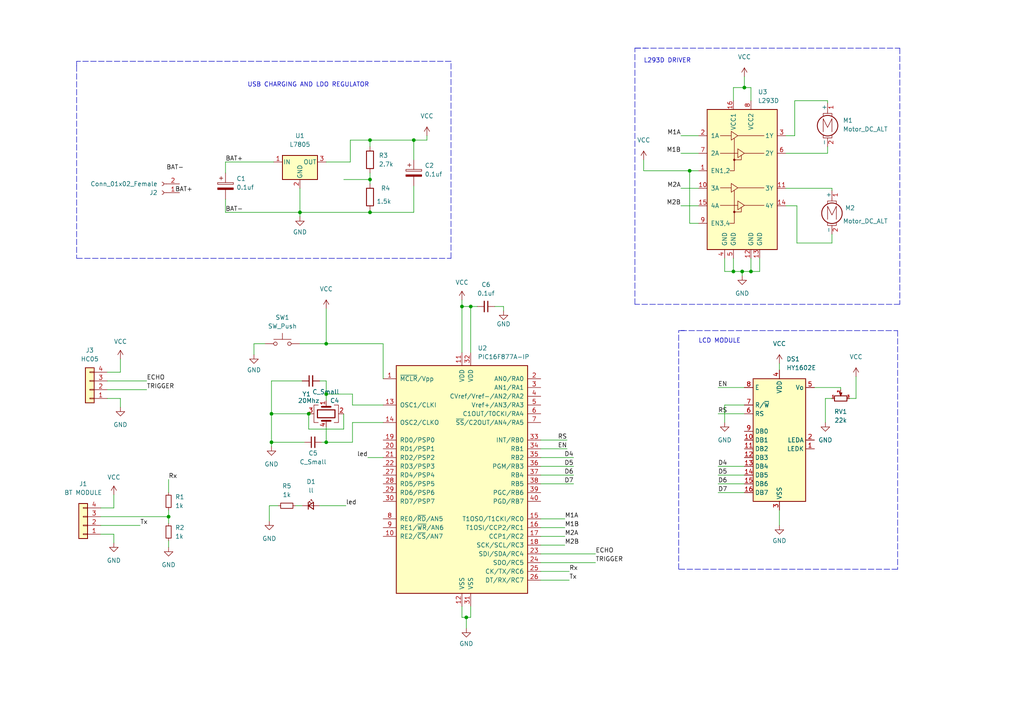
<source format=kicad_sch>
(kicad_sch (version 20211123) (generator eeschema)
  (paper "A4")
  (title_block (title "US_BT_CAR") (rev "2") (company "MUHAMMED SHIBILI"))
  (lib_symbols
    (symbol "Connector:Conn_01x02_Female" (pin_names (offset 1.016) hide)
      (property "Reference" "J" (at 0 2.54 0))
      (property "Value" "Conn_01x02_Female" (at 0 -5.08 0))
      (symbol "Conn_01x02_Female_1_1"
        (arc (start 0 -2.032) (mid -0.508 -2.54) (end 0 -3.048) (stroke (width 0.1524)))
        (polyline (pts (xy -1.27 -2.54) (xy -0.508 -2.54)) (stroke (width 0.1524)))
        (polyline (pts (xy -1.27 0) (xy -0.508 0)) (stroke (width 0.1524)))
        (arc (start 0 0.508) (mid -0.508 0) (end 0 -0.508) (stroke (width 0.1524)))
        (pin passive line (at -5.08 0 0) (length 3.81) (name "Pin_1") (number "1"))
        (pin passive line (at -5.08 -2.54 0) (length 3.81) (name "Pin_2") (number "2"))
      )
    )
    (symbol "Connector_Generic:Conn_01x04" (pin_names (offset 1.016) hide)
      (property "Reference" "J" (at 0 5.08 0))
      (property "Value" "Conn_01x04" (at 0 -7.62 0))
      (symbol "Conn_01x04_1_1"
        (rectangle (start -1.27 -4.953) (end 0 -5.207) (stroke (width 0.1524)))
        (rectangle (start -1.27 -2.413) (end 0 -2.667) (stroke (width 0.1524)))
        (rectangle (start -1.27 0.127) (end 0 -0.127) (stroke (width 0.1524)))
        (rectangle (start -1.27 2.667) (end 0 2.413) (stroke (width 0.1524)))
        (rectangle (start -1.27 3.81) (end 1.27 -6.35) (stroke (width 0.254)) (fill (type background)))
        (pin passive line (at -5.08 2.54 0) (length 3.81) (name "Pin_1") (number "1"))
        (pin passive line (at -5.08 0 0) (length 3.81) (name "Pin_2") (number "2"))
        (pin passive line (at -5.08 -2.54 0) (length 3.81) (name "Pin_3") (number "3"))
        (pin passive line (at -5.08 -5.08 0) (length 3.81) (name "Pin_4") (number "4"))
      )
    )
    (symbol "Device:C_Polarized" (pin_numbers hide) (pin_names (offset 0.254))
      (property "Reference" "C" (at 0.635 2.54 0))
      (property "Value" "C_Polarized" (at 0.635 -2.54 0))
      (symbol "C_Polarized_0_1"
        (rectangle (start -2.286 0.508) (end 2.286 1.016))
        (polyline (pts (xy -1.778 2.286) (xy -0.762 2.286)))
        (polyline (pts (xy -1.27 2.794) (xy -1.27 1.778)))
        (rectangle (start 2.286 -0.508) (end -2.286 -1.016) (fill (type outline)))
      )
      (symbol "C_Polarized_1_1"
        (pin passive line (at 0 3.81 270) (length 2.794) (name "~") (number "1"))
        (pin passive line (at 0 -3.81 90) (length 2.794) (name "~") (number "2"))
      )
    )
    (symbol "Device:C_Small" (pin_numbers hide) (pin_names (offset 0.254) hide)
      (property "Reference" "C" (at 0.254 1.778 0))
      (property "Value" "C_Small" (at 0.254 -2.032 0))
      (symbol "C_Small_0_1"
        (polyline (pts (xy -1.524 -0.508) (xy 1.524 -0.508)) (stroke (width 0.3302)))
        (polyline (pts (xy -1.524 0.508) (xy 1.524 0.508)) (stroke (width 0.3048)))
      )
      (symbol "C_Small_1_1"
        (pin passive line (at 0 2.54 270) (length 2.032) (name "~") (number "1"))
        (pin passive line (at 0 -2.54 90) (length 2.032) (name "~") (number "2"))
      )
    )
    (symbol "Device:Crystal_GND23" (pin_names (offset 1.016) hide)
      (property "Reference" "Y" (at 3.175 5.08 0))
      (property "Value" "Crystal_GND23" (at 3.175 3.175 0))
      (symbol "Crystal_GND23_0_1"
        (rectangle (start -1.143 2.54) (end 1.143 -2.54) (stroke (width 0.3048)))
        (polyline (pts (xy -2.54 0) (xy -2.032 0)))
        (polyline (pts (xy -2.032 -1.27) (xy -2.032 1.27)) (stroke (width 0.508)))
        (polyline (pts (xy 0 -3.81) (xy 0 -3.556)))
        (polyline (pts (xy 0 3.556) (xy 0 3.81)))
        (polyline (pts (xy 2.032 -1.27) (xy 2.032 1.27)) (stroke (width 0.508)))
        (polyline (pts (xy 2.032 0) (xy 2.54 0)))
        (polyline (pts (xy -2.54 -2.286) (xy -2.54 -3.556) (xy 2.54 -3.556) (xy 2.54 -2.286)))
        (polyline (pts (xy -2.54 2.286) (xy -2.54 3.556) (xy 2.54 3.556) (xy 2.54 2.286)))
      )
      (symbol "Crystal_GND23_1_1"
        (pin passive line (at -3.81 0 0) (length 1.27) (name "1") (number "1"))
        (pin passive line (at 0 5.08 270) (length 1.27) (name "2") (number "2"))
        (pin passive line (at 0 -5.08 90) (length 1.27) (name "3") (number "3"))
        (pin passive line (at 3.81 0 180) (length 1.27) (name "4") (number "4"))
      )
    )
    (symbol "Device:LED_Small" (pin_numbers hide) (pin_names (offset 0.254) hide)
      (property "Reference" "D" (at -1.27 3.175 0))
      (property "Value" "LED_Small" (at -4.445 -2.54 0))
      (symbol "LED_Small_0_1"
        (polyline (pts (xy -0.762 -1.016) (xy -0.762 1.016)) (stroke (width 0.254)))
        (polyline (pts (xy 1.016 0) (xy -0.762 0)))
        (polyline (pts (xy 0.762 -1.016) (xy -0.762 0) (xy 0.762 1.016) (xy 0.762 -1.016)) (stroke (width 0.254)))
        (polyline (pts (xy 0 0.762) (xy -0.508 1.27) (xy -0.254 1.27) (xy -0.508 1.27) (xy -0.508 1.016)))
        (polyline (pts (xy 0.508 1.27) (xy 0 1.778) (xy 0.254 1.778) (xy 0 1.778) (xy 0 1.524)))
      )
      (symbol "LED_Small_1_1"
        (pin passive line (at -2.54 0 0) (length 1.778) (name "K") (number "1"))
        (pin passive line (at 2.54 0 180) (length 1.778) (name "A") (number "2"))
      )
    )
    (symbol "Device:R" (pin_numbers hide) (pin_names (offset 0))
      (property "Reference" "R" (at 2.032 0 90))
      (property "Value" "R" (at 0 0 90))
      (symbol "R_0_1"
        (rectangle (start -1.016 -2.54) (end 1.016 2.54) (stroke (width 0.254)))
      )
      (symbol "R_1_1"
        (pin passive line (at 0 3.81 270) (length 1.27) (name "~") (number "1"))
        (pin passive line (at 0 -3.81 90) (length 1.27) (name "~") (number "2"))
      )
    )
    (symbol "Device:R_Potentiometer_Small" (pin_names (offset 1.016) hide)
      (property "Reference" "RV" (at -4.445 0 90))
      (property "Value" "R_Potentiometer_Small" (at -2.54 0 90))
      (symbol "R_Potentiometer_Small_0_1"
        (polyline (pts (xy 0.889 0) (xy 0.635 0) (xy 1.651 0.381) (xy 1.651 -0.381) (xy 0.635 0) (xy 0.889 0)) (fill (type outline)))
        (rectangle (start 0.762 1.8034) (end -0.762 -1.8034) (stroke (width 0.254)))
      )
      (symbol "R_Potentiometer_Small_1_1"
        (pin passive line (at 0 2.54 270) (length 0.635) (name "1") (number "1"))
        (pin passive line (at 2.54 0 180) (length 0.9906) (name "2") (number "2"))
        (pin passive line (at 0 -2.54 90) (length 0.635) (name "3") (number "3"))
      )
    )
    (symbol "Device:R_Small" (pin_numbers hide) (pin_names (offset 0.254) hide)
      (property "Reference" "R" (at 0.762 0.508 0))
      (property "Value" "R_Small" (at 0.762 -1.016 0))
      (symbol "R_Small_0_1"
        (rectangle (start -0.762 1.778) (end 0.762 -1.778) (stroke (width 0.2032)))
      )
      (symbol "R_Small_1_1"
        (pin passive line (at 0 2.54 270) (length 0.762) (name "~") (number "1"))
        (pin passive line (at 0 -2.54 90) (length 0.762) (name "~") (number "2"))
      )
    )
    (symbol "Display_Character:HY1602E"
      (property "Reference" "DS" (at -6.096 19.05 0))
      (property "Value" "HY1602E" (at 5.08 19.05 0))
      (symbol "HY1602E_0_1"
        (rectangle (start -7.62 17.78) (end 7.62 -17.78) (stroke (width 0.254)) (fill (type background)))
      )
      (symbol "HY1602E_1_1"
        (pin passive line (at 10.16 -2.54 180) (length 2.54) (name "LEDK") (number "1"))
        (pin bidirectional line (at -10.16 0 0) (length 2.54) (name "DB1") (number "10"))
        (pin bidirectional line (at -10.16 -2.54 0) (length 2.54) (name "DB2") (number "11"))
        (pin bidirectional line (at -10.16 -5.08 0) (length 2.54) (name "DB3") (number "12"))
        (pin bidirectional line (at -10.16 -7.62 0) (length 2.54) (name "DB4") (number "13"))
        (pin bidirectional line (at -10.16 -10.16 0) (length 2.54) (name "DB5") (number "14"))
        (pin bidirectional line (at -10.16 -12.7 0) (length 2.54) (name "DB6") (number "15"))
        (pin bidirectional line (at -10.16 -15.24 0) (length 2.54) (name "DB7") (number "16"))
        (pin passive line (at 10.16 0 180) (length 2.54) (name "LEDA") (number "2"))
        (pin power_in line (at 0 -20.32 90) (length 2.54) (name "VSS") (number "3"))
        (pin power_in line (at 0 20.32 270) (length 2.54) (name "VDD") (number "4"))
        (pin input line (at 10.16 15.24 180) (length 2.54) (name "Vo") (number "5"))
        (pin input line (at -10.16 7.62 0) (length 2.54) (name "RS") (number "6"))
        (pin input line (at -10.16 10.16 0) (length 2.54) (name "R/~{W}") (number "7"))
        (pin input line (at -10.16 15.24 0) (length 2.54) (name "E") (number "8"))
        (pin bidirectional line (at -10.16 2.54 0) (length 2.54) (name "DB0") (number "9"))
      )
    )
    (symbol "Driver_Motor:L293D" (pin_names (offset 1.016))
      (property "Reference" "U" (at -5.08 26.035 0))
      (property "Value" "L293D" (at -5.08 24.13 0))
      (symbol "L293D_0_1"
        (rectangle (start -10.16 22.86) (end 10.16 -17.78) (stroke (width 0.254)) (fill (type background)))
        (circle (center -2.286 -6.858) (radius 0.254) (fill (type outline)))
        (circle (center -2.286 8.255) (radius 0.254) (fill (type outline)))
        (polyline (pts (xy -6.35 -4.953) (xy -1.27 -4.953)))
        (polyline (pts (xy -6.35 0.127) (xy -3.175 0.127)))
        (polyline (pts (xy -6.35 10.16) (xy -1.27 10.16)))
        (polyline (pts (xy -6.35 15.24) (xy -3.175 15.24)))
        (polyline (pts (xy -1.27 0.127) (xy 6.35 0.127)))
        (polyline (pts (xy -1.27 15.24) (xy 6.35 15.24)))
        (polyline (pts (xy 0.635 -4.953) (xy 6.35 -4.953)))
        (polyline (pts (xy 0.635 10.16) (xy 6.35 10.16)))
        (polyline (pts (xy -2.286 -6.858) (xy -0.254 -6.858) (xy -0.254 -5.588)))
        (polyline (pts (xy -2.286 -0.635) (xy -2.286 -10.16) (xy -3.556 -10.16)))
        (polyline (pts (xy -2.286 8.255) (xy -0.254 8.255) (xy -0.254 9.525)))
        (polyline (pts (xy -2.286 14.478) (xy -2.286 5.08) (xy -3.556 5.08)))
        (polyline (pts (xy -3.175 1.397) (xy -3.175 -1.143) (xy -1.27 0.127) (xy -3.175 1.397)))
        (polyline (pts (xy -3.175 16.51) (xy -3.175 13.97) (xy -1.27 15.24) (xy -3.175 16.51)))
        (polyline (pts (xy -1.27 -3.683) (xy -1.27 -6.223) (xy 0.635 -4.953) (xy -1.27 -3.683)))
        (polyline (pts (xy -1.27 11.43) (xy -1.27 8.89) (xy 0.635 10.16) (xy -1.27 11.43)))
      )
      (symbol "L293D_1_1"
        (pin input line (at -12.7 5.08 0) (length 2.54) (name "EN1,2") (number "1"))
        (pin input line (at -12.7 0 0) (length 2.54) (name "3A") (number "10"))
        (pin output line (at 12.7 0 180) (length 2.54) (name "3Y") (number "11"))
        (pin power_in line (at 2.54 -20.32 90) (length 2.54) (name "GND") (number "12"))
        (pin power_in line (at 5.08 -20.32 90) (length 2.54) (name "GND") (number "13"))
        (pin output line (at 12.7 -5.08 180) (length 2.54) (name "4Y") (number "14"))
        (pin input line (at -12.7 -5.08 0) (length 2.54) (name "4A") (number "15"))
        (pin power_in line (at -2.54 25.4 270) (length 2.54) (name "VCC1") (number "16"))
        (pin input line (at -12.7 15.24 0) (length 2.54) (name "1A") (number "2"))
        (pin output line (at 12.7 15.24 180) (length 2.54) (name "1Y") (number "3"))
        (pin power_in line (at -5.08 -20.32 90) (length 2.54) (name "GND") (number "4"))
        (pin power_in line (at -2.54 -20.32 90) (length 2.54) (name "GND") (number "5"))
        (pin output line (at 12.7 10.16 180) (length 2.54) (name "2Y") (number "6"))
        (pin input line (at -12.7 10.16 0) (length 2.54) (name "2A") (number "7"))
        (pin power_in line (at 2.54 25.4 270) (length 2.54) (name "VCC2") (number "8"))
        (pin input line (at -12.7 -10.16 0) (length 2.54) (name "EN3,4") (number "9"))
      )
    )
    (symbol "MCU_Microchip_PIC16:PIC16F877A-IP" (pin_names (offset 1.016))
      (property "Reference" "U" (at 5.08 35.56 0))
      (property "Value" "PIC16F877A-IP" (at 5.08 33.02 0))
      (symbol "PIC16F877A-IP_0_1"
        (rectangle (start -19.05 31.75) (end 19.05 -34.29) (stroke (width 0.254)) (fill (type background)))
      )
      (symbol "PIC16F877A-IP_1_1"
        (pin input line (at -22.86 27.94 0) (length 3.81) (name "~{MCLR}/Vpp") (number "1"))
        (pin bidirectional line (at -22.86 -17.78 0) (length 3.81) (name "RE2/~{CS}/AN7") (number "10"))
        (pin power_in line (at 0 35.56 270) (length 3.81) (name "VDD") (number "11"))
        (pin power_in line (at 0 -38.1 90) (length 3.81) (name "VSS") (number "12"))
        (pin input line (at -22.86 20.32 0) (length 3.81) (name "OSC1/CLKI") (number "13"))
        (pin output line (at -22.86 15.24 0) (length 3.81) (name "OSC2/CLKO") (number "14"))
        (pin bidirectional line (at 22.86 -12.7 180) (length 3.81) (name "T1OSO/T1CKI/RC0") (number "15"))
        (pin bidirectional line (at 22.86 -15.24 180) (length 3.81) (name "T1OSI/CCP2/RC1") (number "16"))
        (pin bidirectional line (at 22.86 -17.78 180) (length 3.81) (name "CCP1/RC2") (number "17"))
        (pin bidirectional line (at 22.86 -20.32 180) (length 3.81) (name "SCK/SCL/RC3") (number "18"))
        (pin bidirectional line (at -22.86 10.16 0) (length 3.81) (name "RD0/PSP0") (number "19"))
        (pin bidirectional line (at 22.86 27.94 180) (length 3.81) (name "AN0/RA0") (number "2"))
        (pin bidirectional line (at -22.86 7.62 0) (length 3.81) (name "RD1/PSP1") (number "20"))
        (pin bidirectional line (at -22.86 5.08 0) (length 3.81) (name "RD2/PSP2") (number "21"))
        (pin bidirectional line (at -22.86 2.54 0) (length 3.81) (name "RD3/PSP3") (number "22"))
        (pin bidirectional line (at 22.86 -22.86 180) (length 3.81) (name "SDI/SDA/RC4") (number "23"))
        (pin bidirectional line (at 22.86 -25.4 180) (length 3.81) (name "SDO/RC5") (number "24"))
        (pin bidirectional line (at 22.86 -27.94 180) (length 3.81) (name "CK/TX/RC6") (number "25"))
        (pin bidirectional line (at 22.86 -30.48 180) (length 3.81) (name "DT/RX/RC7") (number "26"))
        (pin bidirectional line (at -22.86 0 0) (length 3.81) (name "RD4/PSP4") (number "27"))
        (pin bidirectional line (at -22.86 -2.54 0) (length 3.81) (name "RD5/PSP5") (number "28"))
        (pin bidirectional line (at -22.86 -5.08 0) (length 3.81) (name "RD6/PSP6") (number "29"))
        (pin bidirectional line (at 22.86 25.4 180) (length 3.81) (name "AN1/RA1") (number "3"))
        (pin bidirectional line (at -22.86 -7.62 0) (length 3.81) (name "RD7/PSP7") (number "30"))
        (pin power_in line (at 2.54 -38.1 90) (length 3.81) (name "VSS") (number "31"))
        (pin power_in line (at 2.54 35.56 270) (length 3.81) (name "VDD") (number "32"))
        (pin bidirectional line (at 22.86 10.16 180) (length 3.81) (name "INT/RB0") (number "33"))
        (pin bidirectional line (at 22.86 7.62 180) (length 3.81) (name "RB1") (number "34"))
        (pin bidirectional line (at 22.86 5.08 180) (length 3.81) (name "RB2") (number "35"))
        (pin bidirectional line (at 22.86 2.54 180) (length 3.81) (name "PGM/RB3") (number "36"))
        (pin bidirectional line (at 22.86 0 180) (length 3.81) (name "RB4") (number "37"))
        (pin bidirectional line (at 22.86 -2.54 180) (length 3.81) (name "RB5") (number "38"))
        (pin bidirectional line (at 22.86 -5.08 180) (length 3.81) (name "PGC/RB6") (number "39"))
        (pin bidirectional line (at 22.86 22.86 180) (length 3.81) (name "CVref/Vref-/AN2/RA2") (number "4"))
        (pin bidirectional line (at 22.86 -7.62 180) (length 3.81) (name "PGD/RB7") (number "40"))
        (pin bidirectional line (at 22.86 20.32 180) (length 3.81) (name "Vref+/AN3/RA3") (number "5"))
        (pin bidirectional line (at 22.86 17.78 180) (length 3.81) (name "C1OUT/T0CKI/RA4") (number "6"))
        (pin bidirectional line (at 22.86 15.24 180) (length 3.81) (name "~{SS}/C2OUT/AN4/RA5") (number "7"))
        (pin bidirectional line (at -22.86 -12.7 0) (length 3.81) (name "RE0/~{RD}/AN5") (number "8"))
        (pin bidirectional line (at -22.86 -15.24 0) (length 3.81) (name "RE1/~{WR}/AN6") (number "9"))
      )
    )
    (symbol "Motor:Motor_DC_ALT" (pin_names (offset 0))
      (property "Reference" "M" (at 2.54 2.54 0))
      (property "Value" "Motor_DC_ALT" (at 2.54 -5.08 0))
      (symbol "Motor_DC_ALT_0_0"
        (circle (center 0 -1.524) (radius 2.9718) (stroke (width 0.254)))
        (polyline (pts (xy -1.27 -4.318) (xy -1.27 -5.08) (xy 1.27 -5.08) (xy 1.27 -4.318)))
        (polyline (pts (xy -1.27 1.27) (xy -1.27 2.032) (xy 1.27 2.032) (xy 1.27 1.27)))
        (polyline (pts (xy -1.27 -3.302) (xy -1.27 0.508) (xy 0 -2.032) (xy 1.27 0.508) (xy 1.27 -3.302)))
      )
      (symbol "Motor_DC_ALT_0_1"
        (polyline (pts (xy 0 2.032) (xy 0 2.54)))
      )
      (symbol "Motor_DC_ALT_1_1"
        (pin passive line (at 0 5.08 270) (length 2.54) (name "+") (number "1"))
        (pin passive line (at 0 -7.62 90) (length 2.54) (name "-") (number "2"))
      )
    )
    (symbol "Regulator_Linear:L7805" (pin_names (offset 0.254))
      (property "Reference" "U" (at -3.81 3.175 0))
      (property "Value" "L7805" (at 0 3.175 0))
      (symbol "L7805_0_1"
        (rectangle (start -5.08 1.905) (end 5.08 -5.08) (stroke (width 0.254)) (fill (type background)))
      )
      (symbol "L7805_1_1"
        (pin power_in line (at -7.62 0 0) (length 2.54) (name "IN") (number "1"))
        (pin power_in line (at 0 -7.62 90) (length 2.54) (name "GND") (number "2"))
        (pin power_out line (at 7.62 0 180) (length 2.54) (name "OUT") (number "3"))
      )
    )
    (symbol "Switch:SW_Push" (pin_numbers hide) (pin_names (offset 1.016) hide)
      (property "Reference" "SW" (at 1.27 2.54 0))
      (property "Value" "SW_Push" (at 0 -1.524 0))
      (symbol "SW_Push_0_1"
        (circle (center -2.032 0) (radius 0.508))
        (polyline (pts (xy 0 1.27) (xy 0 3.048)))
        (polyline (pts (xy 2.54 1.27) (xy -2.54 1.27)))
        (circle (center 2.032 0) (radius 0.508))
        (pin passive line (at -5.08 0 0) (length 2.54) (name "1") (number "1"))
        (pin passive line (at 5.08 0 180) (length 2.54) (name "2") (number "2"))
      )
    )
    (symbol "power:GND" (power) (pin_names (offset 0))
      (property "Value" "GND" (at 0 -3.81 0))
      (symbol "GND_0_1"
        (polyline (pts (xy 0 0) (xy 0 -1.27) (xy 1.27 -1.27) (xy 0 -2.54) (xy -1.27 -1.27) (xy 0 -1.27)))
      )
      (symbol "GND_1_1"
        (pin power_in line (at 0 0 270) (length 0) hide (name "GND") (number "1"))
      )
    )
    (symbol "power:VCC" (power) (pin_names (offset 0))
      (property "Value" "VCC" (at 0 3.81 0))
      (symbol "VCC_0_1"
        (polyline (pts (xy -0.762 1.27) (xy 0 2.54)))
        (polyline (pts (xy 0 0) (xy 0 2.54)))
        (polyline (pts (xy 0 2.54) (xy 0.762 1.27)))
      )
      (symbol "VCC_1_1"
        (pin power_in line (at 0 0 90) (length 0) hide (name "VCC") (number "1"))
      )
    )
  )
  (junction (at 215.9 25.4))
  (junction (at 107.315 52.07))
  (junction (at 89.535 120.015))
  (junction (at 48.895 149.86))
  (junction (at 107.315 40.64))
  (junction (at 94.615 114.3))
  (junction (at 120.015 40.64))
  (junction (at 94.615 128.27))
  (junction (at 86.995 61.595))
  (junction (at 135.255 179.07))
  (junction (at 215.265 78.74))
  (junction (at 107.315 61.595))
  (junction (at 78.74 128.27))
  (junction (at 133.985 88.9))
  (junction (at 94.615 99.695))
  (junction (at 136.525 88.9))
  (junction (at 200.025 49.53))
  (junction (at 212.725 78.74))
  (junction (at 217.805 78.74))
  (junction (at 78.74 120.015))
  (wire (pts (xy 230.505 39.37) (xy 230.505 29.21)))
  (wire (pts (xy 197.485 54.61) (xy 202.565 54.61)))
  (wire (pts (xy 227.965 59.69) (xy 231.14 59.69)))
  (polyline (pts (xy 260.35 95.885) (xy 260.35 165.1)))
  (wire (pts (xy 227.965 44.45) (xy 240.03 44.45)))
  (wire (pts (xy 78.74 128.27) (xy 88.265 128.27)))
  (wire (pts (xy 101.6 40.64) (xy 107.315 40.64)))
  (wire (pts (xy 99.695 52.07) (xy 107.315 52.07)))
  (wire (pts (xy 215.9 25.4) (xy 212.725 25.4)))
  (wire (pts (xy 217.805 78.74) (xy 220.345 78.74)))
  (wire (pts (xy 34.925 107.95) (xy 34.925 104.14)))
  (polyline (pts (xy 260.35 165.1) (xy 196.85 165.1)))
  (wire (pts (xy 156.845 163.195) (xy 172.72 163.195)))
  (wire (pts (xy 94.615 128.27) (xy 93.345 128.27)))
  (wire (pts (xy 164.465 130.175) (xy 156.845 130.175)))
  (wire (pts (xy 78.74 128.27) (xy 78.74 129.54)))
  (wire (pts (xy 135.255 182.245) (xy 135.255 179.07)))
  (wire (pts (xy 107.315 52.07) (xy 107.315 50.165)))
  (wire (pts (xy 92.71 146.685) (xy 100.33 146.685)))
  (wire (pts (xy 86.995 61.595) (xy 86.995 62.865)))
  (wire (pts (xy 208.28 140.335) (xy 215.9 140.335)))
  (wire (pts (xy 246.38 115.57) (xy 248.285 115.57)))
  (wire (pts (xy 111.125 99.695) (xy 111.125 109.855)))
  (wire (pts (xy 156.845 132.715) (xy 166.37 132.715)))
  (wire (pts (xy 200.025 49.53) (xy 202.565 49.53)))
  (wire (pts (xy 210.185 117.475) (xy 210.185 122.555)))
  (polyline (pts (xy 197.485 95.885) (xy 260.35 95.885)))
  (wire (pts (xy 208.28 135.255) (xy 215.9 135.255)))
  (wire (pts (xy 217.805 74.93) (xy 217.805 78.74)))
  (wire (pts (xy 136.525 175.895) (xy 136.525 179.07)))
  (wire (pts (xy 208.28 112.395) (xy 215.9 112.395)))
  (polyline (pts (xy 22.225 19.05) (xy 22.225 74.93)))
  (wire (pts (xy 123.825 39.37) (xy 123.825 40.64)))
  (wire (pts (xy 156.845 135.255) (xy 166.37 135.255)))
  (wire (pts (xy 226.06 147.955) (xy 226.06 152.4)))
  (wire (pts (xy 94.615 114.3) (xy 94.615 110.49)))
  (wire (pts (xy 230.505 29.21) (xy 240.03 29.21)))
  (wire (pts (xy 231.14 70.485) (xy 241.3 70.485)))
  (wire (pts (xy 156.845 168.275) (xy 165.1 168.275)))
  (wire (pts (xy 78.74 120.015) (xy 89.535 120.015)))
  (wire (pts (xy 73.66 102.87) (xy 73.66 99.695)))
  (wire (pts (xy 78.74 120.015) (xy 78.74 110.49)))
  (polyline (pts (xy 184.15 88.265) (xy 184.15 13.97)))
  (wire (pts (xy 133.985 179.07) (xy 133.985 175.895)))
  (wire (pts (xy 156.845 153.035) (xy 163.83 153.035)))
  (wire (pts (xy 78.105 151.13) (xy 78.105 146.685)))
  (wire (pts (xy 200.025 64.77) (xy 202.565 64.77)))
  (wire (pts (xy 78.74 110.49) (xy 87.63 110.49)))
  (wire (pts (xy 212.725 78.74) (xy 212.725 74.93)))
  (wire (pts (xy 146.05 88.9) (xy 146.05 90.17)))
  (wire (pts (xy 215.9 22.225) (xy 215.9 25.4)))
  (wire (pts (xy 33.02 147.32) (xy 33.02 143.51)))
  (wire (pts (xy 241.3 54.61) (xy 241.3 55.245)))
  (wire (pts (xy 200.025 49.53) (xy 200.025 64.77)))
  (wire (pts (xy 85.725 146.685) (xy 87.63 146.685)))
  (wire (pts (xy 89.535 124.46) (xy 99.695 124.46)))
  (wire (pts (xy 197.485 39.37) (xy 202.565 39.37)))
  (wire (pts (xy 29.21 154.94) (xy 33.02 154.94)))
  (wire (pts (xy 86.995 61.595) (xy 107.315 61.595)))
  (wire (pts (xy 94.615 110.49) (xy 92.71 110.49)))
  (wire (pts (xy 102.235 128.27) (xy 94.615 128.27)))
  (wire (pts (xy 86.995 99.695) (xy 94.615 99.695)))
  (wire (pts (xy 210.185 78.74) (xy 210.185 74.93)))
  (wire (pts (xy 107.315 40.64) (xy 107.315 42.545)))
  (wire (pts (xy 236.22 112.395) (xy 243.84 112.395)))
  (wire (pts (xy 29.21 149.86) (xy 48.895 149.86)))
  (wire (pts (xy 65.405 46.99) (xy 65.405 50.165)))
  (wire (pts (xy 65.405 57.785) (xy 65.405 61.595)))
  (wire (pts (xy 136.525 88.9) (xy 138.43 88.9)))
  (wire (pts (xy 135.255 179.07) (xy 136.525 179.07)))
  (wire (pts (xy 143.51 88.9) (xy 146.05 88.9)))
  (wire (pts (xy 29.21 147.32) (xy 33.02 147.32)))
  (wire (pts (xy 94.615 114.3) (xy 102.235 114.3)))
  (wire (pts (xy 208.28 120.015) (xy 215.9 120.015)))
  (wire (pts (xy 156.845 160.655) (xy 172.72 160.655)))
  (wire (pts (xy 102.235 122.555) (xy 102.235 128.27)))
  (polyline (pts (xy 184.15 13.97) (xy 187.325 13.97)))
  (wire (pts (xy 186.69 49.53) (xy 200.025 49.53)))
  (wire (pts (xy 48.895 156.845) (xy 48.895 158.75)))
  (wire (pts (xy 227.965 39.37) (xy 230.505 39.37)))
  (wire (pts (xy 120.015 46.355) (xy 120.015 40.64)))
  (wire (pts (xy 101.6 46.99) (xy 101.6 40.64)))
  (wire (pts (xy 107.315 61.595) (xy 107.315 60.96)))
  (wire (pts (xy 156.845 158.115) (xy 163.83 158.115)))
  (wire (pts (xy 186.69 46.355) (xy 186.69 49.53)))
  (wire (pts (xy 135.255 179.07) (xy 133.985 179.07)))
  (wire (pts (xy 111.125 122.555) (xy 102.235 122.555)))
  (wire (pts (xy 212.725 25.4) (xy 212.725 29.21)))
  (wire (pts (xy 227.965 54.61) (xy 241.3 54.61)))
  (wire (pts (xy 94.615 46.99) (xy 101.6 46.99)))
  (wire (pts (xy 31.115 113.03) (xy 42.545 113.03)))
  (wire (pts (xy 94.615 116.205) (xy 94.615 114.3)))
  (wire (pts (xy 31.115 107.95) (xy 34.925 107.95)))
  (wire (pts (xy 86.995 54.61) (xy 86.995 61.595)))
  (wire (pts (xy 226.06 105.41) (xy 226.06 107.315)))
  (wire (pts (xy 94.615 123.825) (xy 94.615 128.27)))
  (wire (pts (xy 102.235 117.475) (xy 111.125 117.475)))
  (wire (pts (xy 29.21 152.4) (xy 40.64 152.4)))
  (polyline (pts (xy 184.15 13.97) (xy 260.985 13.97)))
  (wire (pts (xy 215.265 78.74) (xy 217.805 78.74)))
  (wire (pts (xy 89.535 120.015) (xy 89.535 124.46)))
  (wire (pts (xy 99.695 124.46) (xy 99.695 120.015)))
  (wire (pts (xy 73.66 99.695) (xy 76.835 99.695)))
  (wire (pts (xy 133.985 86.995) (xy 133.985 88.9)))
  (wire (pts (xy 156.845 155.575) (xy 163.83 155.575)))
  (wire (pts (xy 215.9 25.4) (xy 217.805 25.4)))
  (wire (pts (xy 136.525 88.9) (xy 136.525 102.235)))
  (wire (pts (xy 78.74 120.015) (xy 78.74 128.27)))
  (wire (pts (xy 94.615 99.695) (xy 111.125 99.695)))
  (wire (pts (xy 164.465 127.635) (xy 156.845 127.635)))
  (wire (pts (xy 94.615 89.535) (xy 94.615 99.695)))
  (wire (pts (xy 107.315 40.64) (xy 120.015 40.64)))
  (polyline (pts (xy 130.81 74.93) (xy 130.81 17.78)))
  (wire (pts (xy 208.28 137.795) (xy 215.9 137.795)))
  (wire (pts (xy 231.14 59.69) (xy 231.14 70.485)))
  (polyline (pts (xy 22.225 74.93) (xy 130.81 74.93)))
  (wire (pts (xy 133.985 88.9) (xy 136.525 88.9)))
  (polyline (pts (xy 196.85 165.1) (xy 196.85 95.885)))
  (wire (pts (xy 34.925 115.57) (xy 34.925 118.11)))
  (wire (pts (xy 79.375 46.99) (xy 65.405 46.99)))
  (wire (pts (xy 248.285 109.22) (xy 248.285 115.57)))
  (wire (pts (xy 33.02 154.94) (xy 33.02 157.48)))
  (wire (pts (xy 217.805 25.4) (xy 217.805 29.21)))
  (wire (pts (xy 133.985 88.9) (xy 133.985 102.235)))
  (wire (pts (xy 156.845 140.335) (xy 166.37 140.335)))
  (wire (pts (xy 31.115 115.57) (xy 34.925 115.57)))
  (wire (pts (xy 240.03 42.545) (xy 240.03 44.45)))
  (wire (pts (xy 241.3 70.485) (xy 241.3 67.945)))
  (wire (pts (xy 240.03 29.21) (xy 240.03 29.845)))
  (wire (pts (xy 215.265 80.01) (xy 215.265 78.74)))
  (wire (pts (xy 107.315 61.595) (xy 120.015 61.595)))
  (wire (pts (xy 197.485 59.69) (xy 202.565 59.69)))
  (wire (pts (xy 239.395 115.57) (xy 239.395 122.555)))
  (wire (pts (xy 107.315 52.07) (xy 107.315 53.34)))
  (wire (pts (xy 156.845 150.495) (xy 163.83 150.495)))
  (polyline (pts (xy 260.985 88.265) (xy 184.15 88.265)))
  (wire (pts (xy 156.845 165.735) (xy 165.1 165.735)))
  (wire (pts (xy 197.485 44.45) (xy 202.565 44.45)))
  (wire (pts (xy 78.105 146.685) (xy 80.645 146.685)))
  (polyline (pts (xy 196.85 95.885) (xy 198.755 95.885)))
  (wire (pts (xy 210.185 78.74) (xy 212.725 78.74)))
  (wire (pts (xy 156.845 137.795) (xy 166.37 137.795)))
  (wire (pts (xy 102.235 114.3) (xy 102.235 117.475)))
  (wire (pts (xy 220.345 78.74) (xy 220.345 74.93)))
  (wire (pts (xy 243.84 112.395) (xy 243.84 113.03)))
  (wire (pts (xy 123.825 40.64) (xy 120.015 40.64)))
  (wire (pts (xy 212.725 78.74) (xy 215.265 78.74)))
  (wire (pts (xy 48.895 151.765) (xy 48.895 149.86)))
  (wire (pts (xy 120.015 61.595) (xy 120.015 53.975)))
  (polyline (pts (xy 130.81 17.78) (xy 22.225 17.78)))
  (polyline (pts (xy 22.225 17.78) (xy 22.225 19.05)))
  (wire (pts (xy 241.3 115.57) (xy 239.395 115.57)))
  (wire (pts (xy 208.28 142.875) (xy 215.9 142.875)))
  (wire (pts (xy 65.405 61.595) (xy 86.995 61.595)))
  (wire (pts (xy 48.895 147.955) (xy 48.895 149.86)))
  (wire (pts (xy 31.115 110.49) (xy 42.545 110.49)))
  (polyline (pts (xy 260.985 13.97) (xy 260.985 88.265)))
  (wire (pts (xy 106.68 132.715) (xy 111.125 132.715)))
  (wire (pts (xy 48.895 139.065) (xy 48.895 142.875)))
  (wire (pts (xy 215.9 117.475) (xy 210.185 117.475)))
  (text "USB CHARGING AND LDO REGULATOR" (at 71.755 25.4 0) (effects (font (size 1.27 1.27)) (justify left bottom)))
  (text "L293D DRIVER\n" (at 186.69 18.415 0) (effects (font (size 1.27 1.27)) (justify left bottom)))
  (text "LCD MODULE\n" (at 202.565 99.695 0) (effects (font (size 1.27 1.27)) (justify left bottom)))
  (label "EN" (at 208.28 112.395 0))
  (label "M2A" (at 197.485 54.61 180))
  (label "BAT-" (at 65.405 61.595 0))
  (label "M2B" (at 163.83 158.115 0))
  (label "EN" (at 164.465 130.175 180))
  (label "D6" (at 166.37 137.795 180))
  (label "TRIGGER" (at 172.72 163.195 0))
  (label "Rx" (at 48.895 139.065 0))
  (label "M1B" (at 163.83 153.035 0))
  (label "M2B" (at 197.485 59.69 180))
  (label "D5" (at 208.28 137.795 0))
  (label "Rx" (at 165.1 165.735 0))
  (label "D5" (at 166.37 135.255 180))
  (label "Tx" (at 165.1 168.275 0))
  (label "RS" (at 208.28 120.015 0))
  (label "ECHO" (at 42.545 110.49 0))
  (label "M2A" (at 163.83 155.575 0))
  (label "D4" (at 208.28 135.255 0))
  (label "ECHO" (at 172.72 160.655 0))
  (label "M1B" (at 197.485 44.45 180))
  (label "D6" (at 208.28 140.335 0))
  (label "led" (at 100.33 146.685 0))
  (label "led" (at 106.68 132.715 180))
  (label "Tx" (at 40.64 152.4 0))
  (label "D7" (at 166.37 140.335 180))
  (label "BAT+" (at 55.88 55.88 180))
  (label "RS" (at 164.465 127.635 180))
  (label "BAT+" (at 65.405 46.99 0))
  (label "M1A" (at 197.485 39.37 180))
  (label "BAT-" (at 53.34 49.53 180))
  (label "D7" (at 208.28 142.875 0))
  (label "M1A" (at 163.83 150.495 0))
  (label "D4" (at 166.37 132.715 180))
  (label "TRIGGER" (at 42.545 113.03 0))
  (symbol (lib_id "power:GND") (at 215.265 80.01 0) (unit 1)
    (property "Reference" "#PWR017" (effects hide))
    (property "Value" "GND" (at 215.265 85.09 0))
  )
  (symbol (lib_id "Device:R") (at 107.315 57.15 0) (unit 1)
    (property "Reference" "R4" (at 110.49 54.61 0) (effects (justify left)))
    (property "Value" "1.5k" (at 109.22 58.4199 0) (effects (justify left)))
    (property "Footprint" "Resistor_SMD:R_0805_2012Metric" (effects hide))
  )
  (symbol (lib_id "Device:C_Polarized") (at 120.015 50.165 0) (unit 1)
    (property "Reference" "C2" (at 123.19 48.0059 0) (effects (justify left)))
    (property "Value" "0.1uf" (at 123.19 50.5459 0) (effects (justify left)))
    (property "Footprint" "Capacitor_SMD:C_0504_1310Metric" (effects hide))
  )
  (symbol (lib_id "power:GND") (at 146.05 90.17 0) (unit 1)
    (property "Reference" "#PWR011" (effects hide))
    (property "Value" "GND" (at 146.05 93.98 0))
  )
  (symbol (lib_id "Driver_Motor:L293D") (at 215.265 54.61 0) (unit 1)
    (property "Reference" "U3" (at 219.8244 26.67 0) (effects (justify left)))
    (property "Value" "L293D" (at 219.8244 29.21 0) (effects (justify left)))
    (property "Footprint" "Package_DIP:DIP-16_W7.62mm" (effects hide))
    (property "Datasheet" "http://www.ti.com/lit/ds/symlink/l293.pdf" (effects hide))
  )
  (symbol (lib_id "power:GND") (at 78.105 151.13 0) (unit 1)
    (property "Reference" "#PWR014" (effects hide))
    (property "Value" "GND" (at 78.105 156.21 0))
  )
  (symbol (lib_id "Device:R_Small") (at 83.185 146.685 90) (unit 1)
    (property "Reference" "R5" (at 83.185 140.97 90))
    (property "Value" "1k" (at 83.185 143.51 90))
  )
  (symbol (lib_id "power:GND") (at 86.995 62.865 0) (unit 1)
    (property "Reference" "#PWR02" (effects hide))
    (property "Value" "GND" (at 86.995 67.31 0))
  )
  (symbol (lib_id "Device:R") (at 107.315 46.355 0) (unit 1)
    (property "Reference" "R3" (at 109.855 45.0849 0) (effects (justify left)))
    (property "Value" "2.7k" (at 109.855 47.6249 0) (effects (justify left)))
    (property "Footprint" "Resistor_SMD:R_0805_2012Metric" (effects hide))
  )
  (symbol (lib_id "Switch:SW_Push") (at 81.915 99.695 0) (unit 1)
    (property "Reference" "SW1" (at 81.915 92.075 0))
    (property "Value" "SW_Push" (at 81.915 94.615 0))
    (property "Footprint" "Button_Switch_SMD:SW_SPST_B3U-1000P" (effects hide))
  )
  (symbol (lib_id "Device:R_Small") (at 48.895 154.305 0) (unit 1)
    (property "Reference" "R2" (at 50.8 153.0349 0) (effects (justify left)))
    (property "Value" "1k" (at 50.8 155.5749 0) (effects (justify left)))
  )
  (symbol (lib_id "power:GND") (at 33.02 157.48 0) (unit 1)
    (property "Reference" "#PWR04" (effects hide))
    (property "Value" "GND" (at 33.02 162.56 0))
  )
  (symbol (lib_id "Motor:Motor_DC_ALT") (at 240.03 34.925 0) (unit 1)
    (property "Reference" "M1" (at 244.475 34.9249 0) (effects (justify left)))
    (property "Value" "Motor_DC_ALT" (at 244.475 37.4649 0) (effects (justify left)))
  )
  (symbol (lib_id "power:VCC") (at 215.9 22.225 0) (unit 1)
    (property "Reference" "#PWR018" (effects hide))
    (property "Value" "VCC" (at 215.9 16.51 0))
  )
  (symbol (lib_id "Device:Crystal_GND23") (at 94.615 120.015 270) (unit 1)
    (property "Reference" "Y1" (at 88.9 114.3 90))
    (property "Value" "20Mhz" (at 89.535 116.205 90))
    (property "Footprint" "Crystal:Crystal_SMD_3225-4Pin_3.2x2.5mm" (effects hide))
  )
  (symbol (lib_id "Device:R_Small") (at 48.895 145.415 0) (unit 1)
    (property "Reference" "R1" (at 50.8 144.1449 0) (effects (justify left)))
    (property "Value" "1k" (at 50.8 146.6849 0) (effects (justify left)))
  )
  (symbol (lib_id "Connector:Conn_01x02_Female") (at 46.99 55.88 180) (unit 1)
    (property "Reference" "J2" (at 45.72 55.8801 0) (effects (justify left)))
    (property "Value" "Conn_01x02_Female" (at 45.72 53.3401 0) (effects (justify left)))
    (property "Footprint" "Connector_JST:JST_EH_S2B-EH_1x02_P2.50mm_Horizontal" (effects hide))
  )
  (symbol (lib_id "Motor:Motor_DC_ALT") (at 241.3 60.325 0) (unit 1)
    (property "Reference" "M2" (at 245.11 60.3249 0) (effects (justify left)))
    (property "Value" "Motor_DC_ALT" (at 244.475 64.135 0) (effects (justify left)))
  )
  (symbol (lib_id "Regulator_Linear:L7805") (at 86.995 46.99 0) (unit 1)
    (property "Reference" "U1" (at 86.995 39.37 0))
    (property "Value" "L7805" (at 86.995 41.91 0))
    (property "Datasheet" "http://www.st.com/content/ccc/resource/technical/document/datasheet/41/4f/b3/b0/12/d4/47/88/CD00000444.pdf/files/CD00000444.pdf/jcr:content/translations/en.CD00000444.pdf" (effects hide))
  )
  (symbol (lib_id "Device:C_Small") (at 90.805 128.27 90) (unit 1)
    (property "Reference" "C5" (at 90.805 131.445 90))
    (property "Value" "C_Small" (at 90.805 133.985 90))
    (property "Footprint" "Capacitor_SMD:C_0805_2012Metric" (effects hide))
  )
  (symbol (lib_id "Device:C_Polarized") (at 65.405 53.975 0) (unit 1)
    (property "Reference" "C1" (at 68.58 51.8159 0) (effects (justify left)))
    (property "Value" "0.1uf" (at 68.58 54.3559 0) (effects (justify left)))
    (property "Footprint" "Capacitor_SMD:C_0504_1310Metric" (effects hide))
  )
  (symbol (lib_id "Device:C_Small") (at 140.97 88.9 270) (unit 1)
    (property "Reference" "C6" (at 140.9636 82.55 90))
    (property "Value" "0.1uf" (at 140.9636 85.09 90))
    (property "Footprint" "Capacitor_SMD:C_0805_2012Metric" (effects hide))
  )
  (symbol (lib_id "power:VCC") (at 123.825 39.37 0) (unit 1)
    (property "Reference" "#PWR03" (effects hide))
    (property "Value" "VCC" (at 123.825 33.655 0))
  )
  (symbol (lib_id "power:VCC") (at 34.925 104.14 0) (unit 1)
    (property "Reference" "#PWR05" (effects hide))
    (property "Value" "VCC" (at 34.925 99.06 0))
  )
  (symbol (lib_id "power:VCC") (at 133.985 86.995 0) (unit 1)
    (property "Reference" "#PWR09" (effects hide))
    (property "Value" "VCC" (at 133.985 81.915 0))
  )
  (symbol (lib_id "power:GND") (at 34.925 118.11 0) (unit 1)
    (property "Reference" "#PWR012" (effects hide))
    (property "Value" "GND" (at 34.925 123.19 0))
  )
  (symbol (lib_id "power:GND") (at 239.395 122.555 0) (unit 1)
    (property "Reference" "#PWR021" (effects hide))
    (property "Value" "GND" (at 239.395 127.635 0))
  )
  (symbol (lib_id "power:GND") (at 78.74 129.54 0) (unit 1)
    (property "Reference" "#PWR07" (effects hide))
    (property "Value" "GND" (at 78.74 134.62 0))
  )
  (symbol (lib_id "Device:LED_Small") (at 90.17 146.685 0) (unit 1)
    (property "Reference" "D1" (at 90.2335 139.7 0))
    (property "Value" "ll" (at 90.2335 142.24 0))
  )
  (symbol (lib_id "power:GND") (at 210.185 122.555 0) (unit 1)
    (property "Reference" "#PWR016" (effects hide))
    (property "Value" "GND" (at 210.185 127.635 0))
  )
  (symbol (lib_id "power:VCC") (at 94.615 89.535 0) (unit 1)
    (property "Reference" "#PWR08" (effects hide))
    (property "Value" "VCC" (at 94.615 83.82 0))
  )
  (symbol (lib_id "power:VCC") (at 186.69 46.355 0) (unit 1)
    (property "Reference" "#PWR015" (effects hide))
    (property "Value" "VCC" (at 186.69 40.64 0))
  )
  (symbol (lib_id "power:VCC") (at 248.285 109.22 0) (unit 1)
    (property "Reference" "#PWR022" (effects hide))
    (property "Value" "VCC" (at 248.285 103.505 0))
  )
  (symbol (lib_id "power:VCC") (at 33.02 143.51 0) (unit 1)
    (property "Reference" "#PWR01" (effects hide))
    (property "Value" "VCC" (at 33.02 138.43 0))
  )
  (symbol (lib_id "power:GND") (at 48.895 158.75 0) (unit 1)
    (property "Reference" "#PWR013" (effects hide))
    (property "Value" "GND" (at 48.895 163.83 0))
  )
  (symbol (lib_id "MCU_Microchip_PIC16:PIC16F877A-IP") (at 133.985 137.795 0) (unit 1)
    (property "Reference" "U2" (at 138.5444 100.965 0) (effects (justify left)))
    (property "Value" "PIC16F877A-IP" (at 138.5444 103.505 0) (effects (justify left)))
    (property "Datasheet" "http://ww1.microchip.com/downloads/en/DeviceDoc/39582b.pdf" (effects hide))
  )
  (symbol (lib_id "Device:R_Potentiometer_Small") (at 243.84 115.57 90) (unit 1)
    (property "Reference" "RV1" (at 243.84 119.38 90))
    (property "Value" "22k" (at 243.84 121.92 90))
  )
  (symbol (lib_id "Device:C_Small") (at 90.17 110.49 90) (unit 1)
    (property "Reference" "C4" (at 98.425 116.205 90) (effects (justify left)))
    (property "Value" "C_Small" (at 98.425 113.665 90) (effects (justify left)))
    (property "Footprint" "Capacitor_SMD:C_0805_2012Metric" (effects hide))
  )
  (symbol (lib_id "Connector_Generic:Conn_01x04") (at 26.035 113.03 180) (unit 1)
    (property "Reference" "J3" (at 26.035 101.6 0))
    (property "Value" "HC05" (at 26.035 104.14 0))
  )
  (symbol (lib_id "power:VCC") (at 226.06 105.41 0) (unit 1)
    (property "Reference" "#PWR019" (effects hide))
    (property "Value" "VCC" (at 226.06 99.695 0))
  )
  (symbol (lib_id "power:GND") (at 73.66 102.87 0) (unit 1)
    (property "Reference" "#PWR06" (effects hide))
    (property "Value" "GND" (at 73.66 107.315 0))
  )
  (symbol (lib_id "Connector_Generic:Conn_01x04") (at 24.13 152.4 180) (unit 1)
    (property "Reference" "J1" (at 24.13 140.335 0))
    (property "Value" "BT MODULE" (at 24.13 142.875 0))
  )
  (symbol (lib_id "power:GND") (at 226.06 152.4 0) (unit 1)
    (property "Reference" "#PWR020" (effects hide))
    (property "Value" "GND" (at 226.06 156.845 0))
  )
  (symbol (lib_id "Display_Character:HY1602E") (at 226.06 127.635 0) (unit 1)
    (property "Reference" "DS1" (at 228.0794 104.14 0) (effects (justify left)))
    (property "Value" "HY1602E" (at 228.0794 106.68 0) (effects (justify left)))
    (property "Footprint" "Display:HY1602E" (effects hide))
    (property "Datasheet" "http://www.icbank.com/data/ICBShop/board/HY1602E.pdf" (effects hide))
  )
  (symbol (lib_id "power:GND") (at 135.255 182.245 0) (unit 1)
    (property "Reference" "#PWR010" (effects hide))
    (property "Value" "GND" (at 135.255 186.69 0))
  )
)
</source>
